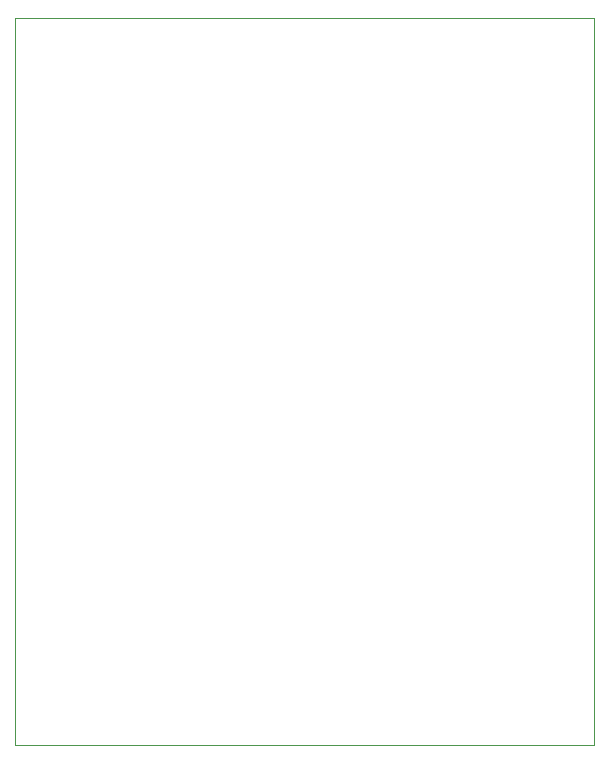
<source format=gbr>
%TF.GenerationSoftware,KiCad,Pcbnew,8.0.5*%
%TF.CreationDate,2025-02-26T19:01:25+01:00*%
%TF.ProjectId,carte 5V,63617274-6520-4355-962e-6b696361645f,rev?*%
%TF.SameCoordinates,Original*%
%TF.FileFunction,Profile,NP*%
%FSLAX46Y46*%
G04 Gerber Fmt 4.6, Leading zero omitted, Abs format (unit mm)*
G04 Created by KiCad (PCBNEW 8.0.5) date 2025-02-26 19:01:25*
%MOMM*%
%LPD*%
G01*
G04 APERTURE LIST*
%TA.AperFunction,Profile*%
%ADD10C,0.050000*%
%TD*%
G04 APERTURE END LIST*
D10*
X149500000Y-52500000D02*
X198500000Y-52500000D01*
X198500000Y-114000000D01*
X149500000Y-114000000D01*
X149500000Y-52500000D01*
M02*

</source>
